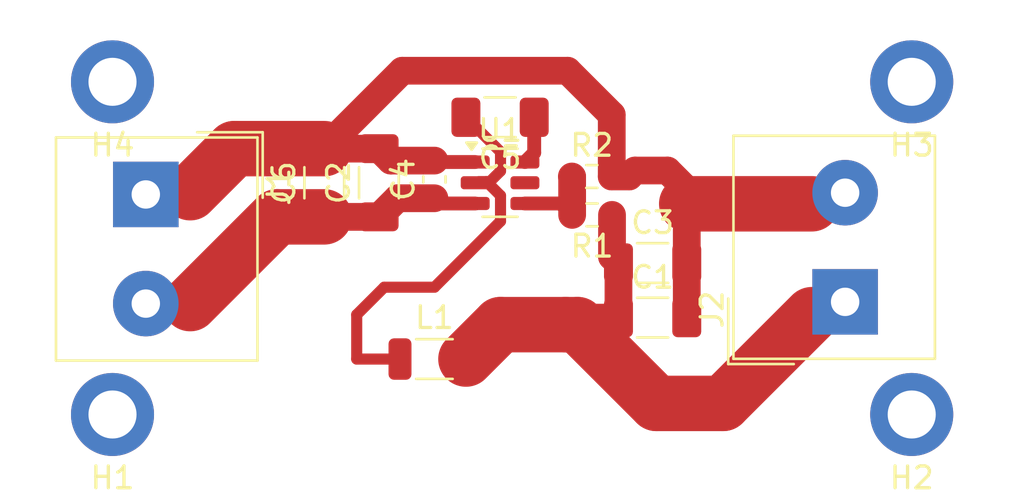
<source format=kicad_pcb>
(kicad_pcb (version 20240108) (generator "pcbnew") (generator_version "8.0")
  (layers (0 "F.Cu" signal) (31 "B.Cu" signal) (34 "B.Paste" user) (35 "F.Paste" user) (36 "B.SilkS" user "B.Silkscreen") (37 "F.SilkS" user "F.Silkscreen") (38 "B.Mask" user) (39 "F.Mask" user) (44 "Edge.Cuts" user))
  (net 0 "")
  (net 1 "GND")
  (net 2 "+7.6V")
  (net 3 "+INPUT")
  (net 4 "Net-(U1-CB)")
  (net 5 "Net-(U1-SW)")
  (net 6 "Net-(U1-FB)")
  (footprint "TerminalBlock_Altech:Altech_AK100_1x02_P5.00mm" (layer "F.Cu") (at 140.716 93.044 -90)
    (property "Reference" "J1" (at -0.35 -6.09 90) (layer "F.SilkS"))
    (property "Value" "Screw_Terminal_01x02")
    (fp_line (start -2.61 4.11) (end 7.61 4.11) (stroke (width 0.12)) (layer "F.SilkS"))
    (fp_line (start -2.85 -2.35) (end -2.85 -5.35) (stroke (width 0.12)) (layer "F.SilkS"))
    (fp_line (start -2.61 -5.11) (end -2.61 4.11) (stroke (width 0.12)) (layer "F.SilkS"))
    (fp_line (start -2.61 -5.11) (end 7.61 -5.11) (stroke (width 0.12)) (layer "F.SilkS"))
    (fp_line (start 7.61 -5.11) (end 7.61 4.11) (stroke (width 0.12)) (layer "F.SilkS"))
    (fp_line (start -2.85 -5.35) (end 0.15 -5.35) (stroke (width 0.12)) (layer "F.SilkS"))
    (pad "1" thru_hole rect (at 0 0 270) (size 3 3) (drill 1.3) (layers "*.Cu" "*.Mask") (net 1 "GND"))
    (pad "2" thru_hole circle (at 5 0 270) (size 3 3) (drill 1.3) (layers "*.Cu" "*.Mask") (net 3 "+INPUT"))
  )
  (footprint "Resistor_SMD:R_0603_1608Metric_Pad0.98x0.95mm_HandSolder" (layer "F.Cu") (at 161.127 92.221)
    (property "Reference" "R2" (at 0 -1.43 360) (layer "F.SilkS"))
    (property "Value" "R")
    (fp_line (start -0.254724 -0.5225) (end 0.254724 -0.5225) (stroke (width 0.12)) (layer "F.SilkS"))
    (fp_line (start -0.254724 0.5225) (end 0.254724 0.5225) (stroke (width 0.12)) (layer "F.SilkS"))
    (pad "1" smd roundrect (at -0.9125 0) (size 0.975 0.95) (layers "F.Cu" "F.Paste" "F.Mask") (net 6 "Net-(U1-FB)"))
    (pad "2" smd roundrect (at 0.9125 0) (size 0.975 0.95) (layers "F.Cu" "F.Paste" "F.Mask") (net 1 "GND"))
  )
  (footprint "MountingHole:MountingHole_2.2mm_M2_DIN965_Pad_TopBottom" (layer "F.Cu") (at 139.192 103.124 180)
    (property "Reference" "H1" (at 0 -2.9 180) (layer "F.SilkS"))
    (property "Value" "MountingHole")
    (pad "1" thru_hole circle (at 0 0 180) (size 2.6 2.6) (drill 2.2) (layers "*.Cu" "*.Mask"))
    (pad "1" connect circle (at 0 0 180) (size 3.8 3.8) (layers "F.Cu" "F.Mask"))
    (pad "1" connect circle (at 0 0 180) (size 3.8 3.8) (layers "B.Cu" "B.Mask"))
  )
  (footprint "Resistor_SMD:R_0603_1608Metric_Pad0.98x0.95mm_HandSolder" (layer "F.Cu") (at 161.1395 93.98 180)
    (property "Reference" "R1" (at 0 -1.43 180) (layer "F.SilkS"))
    (property "Value" "R")
    (fp_line (start -0.254724 0.5225) (end 0.254724 0.5225) (stroke (width 0.12)) (layer "F.SilkS"))
    (fp_line (start -0.254724 -0.5225) (end 0.254724 -0.5225) (stroke (width 0.12)) (layer "F.SilkS"))
    (pad "1" smd roundrect (at -0.9125 0 180) (size 0.975 0.95) (layers "F.Cu" "F.Paste" "F.Mask") (net 2 "+7.6V"))
    (pad "2" smd roundrect (at 0.9125 0 180) (size 0.975 0.95) (layers "F.Cu" "F.Paste" "F.Mask") (net 6 "Net-(U1-FB)"))
  )
  (footprint "Capacitor_SMD:C_1206_3216Metric_Pad1.33x1.80mm_HandSolder" (layer "F.Cu") (at 151.384 92.508 90)
    (property "Reference" "C2" (at 0 -1.85 270) (layer "F.SilkS"))
    (property "Value" "22u")
    (fp_line (start -0.711252 -0.91) (end 0.711252 -0.91) (stroke (width 0.12)) (layer "F.SilkS"))
    (fp_line (start -0.711252 0.91) (end 0.711252 0.91) (stroke (width 0.12)) (layer "F.SilkS"))
    (pad "1" smd roundrect (at -1.5625 0 90) (size 1.325 1.8) (layers "F.Cu" "F.Paste" "F.Mask") (roundrect_rratio 0.188679) (net 3 "+INPUT"))
    (pad "2" smd roundrect (at 1.5625 0 90) (size 1.325 1.8) (layers "F.Cu" "F.Paste" "F.Mask") (roundrect_rratio 0.188679) (net 1 "GND"))
  )
  (footprint "Package_TO_SOT_SMD:SOT-23-6" (layer "F.Cu") (at 156.928 92.508)
    (property "Reference" "U1" (at 0 -2.4 360) (layer "F.SilkS"))
    (property "Value" "LMR51430")
    (fp_line (start 0 -1.56) (end -0.8 -1.56) (stroke (width 0.12)) (layer "F.SilkS"))
    (fp_line (start 0 -1.56) (end 0.8 -1.56) (stroke (width 0.12)) (layer "F.SilkS"))
    (fp_line (start 0 1.56) (end -0.8 1.56) (stroke (width 0.12)) (layer "F.SilkS"))
    (fp_line (start 0 1.56) (end 0.8 1.56) (stroke (width 0.12)) (layer "F.SilkS"))
    (fp_poly (pts (xy -1.3 -1.51) (xy -1.54 -1.84) (xy -1.06 -1.84) (xy -1.3 -1.51)) (stroke (width 0.12)) (fill solid) (layer "F.SilkS"))
    (pad "1" smd roundrect (at -1.1375 -0.95) (size 1.325 0.6) (layers "F.Cu" "F.Paste" "F.Mask") (net 1 "GND"))
    (pad "2" smd roundrect (at -1.1375 0) (size 1.325 0.6) (layers "F.Cu" "F.Paste" "F.Mask") (net 5 "Net-(U1-SW)"))
    (pad "3" smd roundrect (at -1.1375 0.95) (size 1.325 0.6) (layers "F.Cu" "F.Paste" "F.Mask") (net 3 "+INPUT"))
    (pad "4" smd roundrect (at 1.1375 0.95) (size 1.325 0.6) (layers "F.Cu" "F.Paste" "F.Mask") (net 6 "Net-(U1-FB)"))
    (pad "5" smd roundrect (at 1.1375 0) (size 1.325 0.6) (layers "F.Cu" "F.Paste" "F.Mask"))
    (pad "6" smd roundrect (at 1.1375 -0.95) (size 1.325 0.6) (layers "F.Cu" "F.Paste" "F.Mask") (net 4 "Net-(U1-CB)"))
  )
  (footprint "Capacitor_SMD:C_1206_3216Metric_Pad1.33x1.80mm_HandSolder" (layer "F.Cu") (at 163.91 98.686)
    (property "Reference" "C1" (at 0 -1.85 360) (layer "F.SilkS"))
    (property "Value" "47u")
    (fp_line (start -0.711252 -0.91) (end 0.711252 -0.91) (stroke (width 0.12)) (layer "F.SilkS"))
    (fp_line (start -0.711252 0.91) (end 0.711252 0.91) (stroke (width 0.12)) (layer "F.SilkS"))
    (pad "1" smd roundrect (at -1.5625 0) (size 1.325 1.8) (layers "F.Cu" "F.Paste" "F.Mask") (roundrect_rratio 0.188679) (net 2 "+7.6V"))
    (pad "2" smd roundrect (at 1.5625 0) (size 1.325 1.8) (layers "F.Cu" "F.Paste" "F.Mask") (roundrect_rratio 0.188679) (net 1 "GND"))
  )
  (footprint "MountingHole:MountingHole_2.2mm_M2_DIN965_Pad_TopBottom" (layer "F.Cu") (at 139.192 87.884 180)
    (property "Reference" "H4" (at 0 -2.9 180) (layer "F.SilkS"))
    (property "Value" "MountingHole")
    (pad "1" thru_hole circle (at 0 0 180) (size 2.6 2.6) (drill 2.2) (layers "*.Cu" "*.Mask"))
    (pad "1" connect circle (at 0 0 180) (size 3.8 3.8) (layers "F.Cu" "F.Mask"))
    (pad "1" connect circle (at 0 0 180) (size 3.8 3.8) (layers "B.Cu" "B.Mask"))
  )
  (footprint "Capacitor_SMD:C_1206_3216Metric_Pad1.33x1.80mm_HandSolder" (layer "F.Cu") (at 156.928 89.508 180)
    (property "Reference" "C5" (at 0 -1.85 180) (layer "F.SilkS"))
    (property "Value" "0.1u")
    (fp_line (start -0.711252 0.91) (end 0.711252 0.91) (stroke (width 0.12)) (layer "F.SilkS"))
    (fp_line (start -0.711252 -0.91) (end 0.711252 -0.91) (stroke (width 0.12)) (layer "F.SilkS"))
    (pad "1" smd roundrect (at -1.5625 0 180) (size 1.325 1.8) (layers "F.Cu" "F.Paste" "F.Mask") (roundrect_rratio 0.188679) (net 4 "Net-(U1-CB)"))
    (pad "2" smd roundrect (at 1.5625 0 180) (size 1.325 1.8) (layers "F.Cu" "F.Paste" "F.Mask") (roundrect_rratio 0.188679) (net 5 "Net-(U1-SW)"))
  )
  (footprint "Capacitor_SMD:C_1206_3216Metric_Pad1.33x1.80mm_HandSolder" (layer "F.Cu") (at 148.884 92.508 90)
    (property "Reference" "C6" (at 0 -1.85 270) (layer "F.SilkS"))
    (property "Value" "22u")
    (fp_line (start -0.711252 -0.91) (end 0.711252 -0.91) (stroke (width 0.12)) (layer "F.SilkS"))
    (fp_line (start -0.711252 0.91) (end 0.711252 0.91) (stroke (width 0.12)) (layer "F.SilkS"))
    (pad "1" smd roundrect (at -1.5625 0 90) (size 1.325 1.8) (layers "F.Cu" "F.Paste" "F.Mask") (roundrect_rratio 0.188679) (net 3 "+INPUT"))
    (pad "2" smd roundrect (at 1.5625 0 90) (size 1.325 1.8) (layers "F.Cu" "F.Paste" "F.Mask") (roundrect_rratio 0.188679) (net 1 "GND"))
  )
  (footprint "Inductor_SMD:L_1206_3216Metric" (layer "F.Cu") (at 153.924 100.584)
    (property "Reference" "L1" (at 0 -1.9 360) (layer "F.SilkS"))
    (property "Value" "L")
    (fp_line (start -0.835242 -0.91) (end 0.835242 -0.91) (stroke (width 0.12)) (layer "F.SilkS"))
    (fp_line (start -0.835242 0.91) (end 0.835242 0.91) (stroke (width 0.12)) (layer "F.SilkS"))
    (pad "1" smd roundrect (at -1.575 0) (size 1.05 1.9) (layers "F.Cu" "F.Paste" "F.Mask") (roundrect_rratio 0.238095) (net 5 "Net-(U1-SW)"))
    (pad "2" smd roundrect (at 1.575 0) (size 1.05 1.9) (layers "F.Cu" "F.Paste" "F.Mask") (roundrect_rratio 0.238095) (net 2 "+7.6V"))
  )
  (footprint "MountingHole:MountingHole_2.2mm_M2_DIN965_Pad_TopBottom" (layer "F.Cu") (at 175.768 103.124 180)
    (property "Reference" "H2" (at 0 -2.9 180) (layer "F.SilkS"))
    (property "Value" "MountingHole")
    (pad "1" thru_hole circle (at 0 0 180) (size 2.6 2.6) (drill 2.2) (layers "*.Cu" "*.Mask"))
    (pad "1" connect circle (at 0 0 180) (size 3.8 3.8) (layers "F.Cu" "F.Mask"))
    (pad "1" connect circle (at 0 0 180) (size 3.8 3.8) (layers "B.Cu" "B.Mask"))
  )
  (footprint "MountingHole:MountingHole_2.2mm_M2_DIN965_Pad_TopBottom" (layer "F.Cu") (at 175.768 87.884 180)
    (property "Reference" "H3" (at 0 -2.9 180) (layer "F.SilkS"))
    (property "Value" "MountingHole")
    (pad "1" thru_hole circle (at 0 0 180) (size 2.6 2.6) (drill 2.2) (layers "*.Cu" "*.Mask"))
    (pad "1" connect circle (at 0 0 180) (size 3.8 3.8) (layers "F.Cu" "F.Mask"))
    (pad "1" connect circle (at 0 0 180) (size 3.8 3.8) (layers "B.Cu" "B.Mask"))
  )
  (footprint "Capacitor_SMD:C_1206_3216Metric_Pad1.33x1.80mm_HandSolder" (layer "F.Cu") (at 163.91 96.186)
    (property "Reference" "C3" (at 0 -1.85 360) (layer "F.SilkS"))
    (property "Value" "47u")
    (fp_line (start -0.711252 -0.91) (end 0.711252 -0.91) (stroke (width 0.12)) (layer "F.SilkS"))
    (fp_line (start -0.711252 0.91) (end 0.711252 0.91) (stroke (width 0.12)) (layer "F.SilkS"))
    (pad "1" smd roundrect (at -1.5625 0) (size 1.325 1.8) (layers "F.Cu" "F.Paste" "F.Mask") (roundrect_rratio 0.188679) (net 2 "+7.6V"))
    (pad "2" smd roundrect (at 1.5625 0) (size 1.325 1.8) (layers "F.Cu" "F.Paste" "F.Mask") (roundrect_rratio 0.188679) (net 1 "GND"))
  )
  (footprint "Capacitor_SMD:C_0603_1608Metric_Pad1.08x0.95mm_HandSolder" (layer "F.Cu") (at 153.924 92.3555 90)
    (property "Reference" "C4" (at 0 -1.43 270) (layer "F.SilkS"))
    (property "Value" "0.1u")
    (fp_line (start -0.146267 -0.51) (end 0.146267 -0.51) (stroke (width 0.12)) (layer "F.SilkS"))
    (fp_line (start -0.146267 0.51) (end 0.146267 0.51) (stroke (width 0.12)) (layer "F.SilkS"))
    (pad "1" smd roundrect (at -0.8625 0 90) (size 1.075 0.95) (layers "F.Cu" "F.Paste" "F.Mask") (net 3 "+INPUT"))
    (pad "2" smd roundrect (at 0.8625 0 90) (size 1.075 0.95) (layers "F.Cu" "F.Paste" "F.Mask") (net 1 "GND"))
  )
  (footprint "TerminalBlock_Altech:Altech_AK100_1x02_P5.00mm" (layer "F.Cu") (at 172.72 97.964 90)
    (property "Reference" "J2" (at -0.35 -6.09 90) (layer "F.SilkS"))
    (property "Value" "Screw_Terminal_01x02")
    (fp_line (start -2.85 -5.35) (end 0.15 -5.35) (stroke (width 0.12)) (layer "F.SilkS"))
    (fp_line (start 7.61 -5.11) (end 7.61 4.11) (stroke (width 0.12)) (layer "F.SilkS"))
    (fp_line (start -2.61 -5.11) (end 7.61 -5.11) (stroke (width 0.12)) (layer "F.SilkS"))
    (fp_line (start -2.61 -5.11) (end -2.61 4.11) (stroke (width 0.12)) (layer "F.SilkS"))
    (fp_line (start -2.85 -2.35) (end -2.85 -5.35) (stroke (width 0.12)) (layer "F.SilkS"))
    (fp_line (start -2.61 4.11) (end 7.61 4.11) (stroke (width 0.12)) (layer "F.SilkS"))
    (pad "1" thru_hole rect (at 0 0 90) (size 3 3) (drill 1.3) (layers "*.Cu" "*.Mask") (net 2 "+7.6V"))
    (pad "2" thru_hole circle (at 5 0 90) (size 3 3) (drill 1.3) (layers "*.Cu" "*.Mask") (net 1 "GND"))
  )
  (segment (start 151.9315 91.493) (end 151.384 90.9455) (width 1.27) (layer "F.Cu") (net 1))
  (segment (start 144.7665 90.9455) (end 142.748 92.964) (width 2.54) (layer "F.Cu") (net 1))
  (segment (start 164.592 91.948) (end 165.4725 92.8285) (width 1.27) (layer "F.Cu") (net 1))
  (segment (start 162.0395 89.3955) (end 160.02 87.376) (width 1.27) (layer "F.Cu") (net 1))
  (segment (start 165.4725 92.8285) (end 165.4725 93.472) (width 1.27) (layer "F.Cu") (net 1))
  (segment (start 151.678 91.453) (end 151.678 91.508) (width 0.635) (layer "F.Cu") (net 1))
  (segment (start 151.623 91.508) (end 151.638 91.493) (width 0.635) (layer "F.Cu") (net 1))
  (segment (start 151.0905 90.9455) (end 151.638 91.493) (width 0.635) (layer "F.Cu") (net 1))
  (segment (start 153.989 91.558) (end 153.924 91.493) (width 0.635) (layer "F.Cu") (net 1))
  (segment (start 151.384 90.9455) (end 148.884 90.9455) (width 1.27) (layer "F.Cu") (net 1))
  (segment (start 162.0395 92.221) (end 162.833 92.221) (width 1.27) (layer "F.Cu") (net 1))
  (segment (start 152.4535 87.376) (end 148.884 90.9455) (width 1.27) (layer "F.Cu") (net 1))
  (segment (start 155.7905 91.558) (end 153.989 91.558) (width 0.635) (layer "F.Cu") (net 1))
  (segment (start 165.4725 93.472) (end 165.4725 96.186) (width 1.27) (layer "F.Cu") (net 1))
  (segment (start 165.4725 96.186) (end 165.4725 98.686) (width 1.27) (layer "F.Cu") (net 1))
  (segment (start 162.833 92.221) (end 163.106 91.948) (width 1.27) (layer "F.Cu") (net 1))
  (segment (start 148.884 90.9455) (end 144.7665 90.9455) (width 2.54) (layer "F.Cu") (net 1))
  (segment (start 160.02 87.376) (end 152.4535 87.376) (width 1.27) (layer "F.Cu") (net 1))
  (segment (start 171.196 93.472) (end 165.4725 93.472) (width 2.54) (layer "F.Cu") (net 1))
  (segment (start 162.0395 92.221) (end 162.0395 89.3955) (width 1.27) (layer "F.Cu") (net 1))
  (segment (start 153.924 91.493) (end 151.9315 91.493) (width 1.27) (layer "F.Cu") (net 1))
  (segment (start 151.678 91.508) (end 151.623 91.508) (width 0.635) (layer "F.Cu") (net 1))
  (segment (start 163.106 91.948) (end 164.592 91.948) (width 1.27) (layer "F.Cu") (net 1))
  (segment (start 162.3475 98.686) (end 160.25 98.686) (width 1.27) (layer "F.Cu") (net 2))
  (segment (start 160.476 99.008) (end 159.928 99.008) (width 2.54) (layer "F.Cu") (net 2))
  (segment (start 167.132 102.616) (end 164.084 102.616) (width 2.54) (layer "F.Cu") (net 2))
  (segment (start 171.196 98.552) (end 167.132 102.616) (width 2.54) (layer "F.Cu") (net 2))
  (segment (start 160.25 98.686) (end 159.928 99.008) (width 1.27) (layer "F.Cu") (net 2))
  (segment (start 159.948 98.988) (end 159.928 99.008) (width 0.2) (layer "F.Cu") (net 2))
  (segment (start 162.052 95.8905) (end 162.3475 96.186) (width 1.27) (layer "F.Cu") (net 2))
  (segment (start 162.3475 96.186) (end 162.3475 98.686) (width 1.27) (layer "F.Cu") (net 2))
  (segment (start 164.084 102.616) (end 160.476 99.008) (width 2.54) (layer "F.Cu") (net 2))
  (segment (start 162.052 93.98) (end 162.052 95.8905) (width 1.27) (layer "F.Cu") (net 2))
  (segment (start 159.928 99.008) (end 156.944 99.008) (width 2.54) (layer "F.Cu") (net 2))
  (segment (start 156.944 99.008) (end 155.368 100.584) (width 2.54) (layer "F.Cu") (net 2))
  (segment (start 152.2365 93.218) (end 151.384 94.0705) (width 1.27) (layer "F.Cu") (net 3))
  (segment (start 155.7905 93.458) (end 154.164 93.458) (width 0.635) (layer "F.Cu") (net 3))
  (segment (start 151.384 94.0705) (end 148.884 94.0705) (width 1.27) (layer "F.Cu") (net 3))
  (segment (start 153.924 93.218) (end 152.2365 93.218) (width 1.27) (layer "F.Cu") (net 3))
  (segment (start 146.7215 94.0705) (end 142.748 98.044) (width 2.54) (layer "F.Cu") (net 3))
  (segment (start 148.884 94.0705) (end 146.7215 94.0705) (width 2.54) (layer "F.Cu") (net 3))
  (segment (start 154.164 93.458) (end 153.924 93.218) (width 0.635) (layer "F.Cu") (net 3))
  (segment (start 158.4905 91.133) (end 158.0655 91.558) (width 0.635) (layer "F.Cu") (net 4))
  (segment (start 158.4905 89.508) (end 158.4905 91.133) (width 0.635) (layer "F.Cu") (net 4))
  (segment (start 156.949 93.095658) (end 156.309342 92.456) (width 0.508) (layer "F.Cu") (net 5))
  (segment (start 156.464 92.456) (end 156.949 91.971) (width 0.508) (layer "F.Cu") (net 5))
  (segment (start 150.368 100.584) (end 152.349 100.584) (width 0.508) (layer "F.Cu") (net 5))
  (segment (start 150.368 98.552) (end 151.628318 97.291682) (width 0.508) (layer "F.Cu") (net 5))
  (segment (start 153.928 97.291682) (end 156.949 94.270682) (width 0.508) (layer "F.Cu") (net 5))
  (segment (start 156.949 94.270682) (end 156.949 93.095658) (width 0.508) (layer "F.Cu") (net 5))
  (segment (start 156.949 91.971) (end 156.949 91.0915) (width 0.508) (layer "F.Cu") (net 5))
  (segment (start 156.309342 92.456) (end 155.956 92.456) (width 0.508) (layer "F.Cu") (net 5))
  (segment (start 151.628318 97.291682) (end 153.928 97.291682) (width 0.508) (layer "F.Cu") (net 5))
  (segment (start 156.949 91.0915) (end 155.3655 89.508) (width 0.508) (layer "F.Cu") (net 5))
  (segment (start 150.368 100.584) (end 150.368 98.552) (width 0.508) (layer "F.Cu") (net 5))
  (segment (start 160.227 93.98) (end 160.227 92.2335) (width 1.27) (layer "F.Cu") (net 6))
  (segment (start 160.227 92.2335) (end 160.2145 92.221) (width 1.27) (layer "F.Cu") (net 6))
  (segment (start 158.0655 93.458) (end 159.705 93.458) (width 0.635) (layer "F.Cu") (net 6))
  (segment (start 159.705 93.458) (end 160.227 93.98) (width 0.635) (layer "F.Cu") (net 6))
)
</source>
